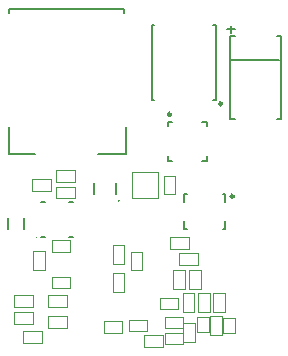
<source format=gbo>
G04 Layer_Color=32896*
%FSLAX44Y44*%
%MOMM*%
G71*
G01*
G75*
%ADD32C,0.2000*%
%ADD35C,0.1500*%
%ADD62C,0.2500*%
%ADD63C,0.1000*%
%ADD64C,0.1200*%
%ADD65C,0.0800*%
D32*
X60100Y135700D02*
X63800Y135700D01*
X36800D02*
X40500Y135700D01*
X60100Y105700D02*
X63800Y105700D01*
X36800D02*
X40500Y105700D01*
X190450Y112800D02*
X192200D01*
Y119550D01*
X158200Y112800D02*
X159950D01*
X158200D02*
Y119550D01*
Y135050D02*
Y141800D01*
X159950D01*
X190450D02*
X192200D01*
Y135050D02*
Y141800D01*
X182650Y221600D02*
X184600D01*
Y253950D01*
X130600Y221600D02*
X132550D01*
X130600D02*
Y253950D01*
Y253250D02*
Y285600D01*
X132550D01*
X182650D02*
X184600D01*
Y253250D02*
Y285600D01*
X177000Y199450D02*
Y203200D01*
X173250D02*
X177000D01*
Y170200D02*
Y173950D01*
X173250Y170200D02*
X177000D01*
X144000D02*
X147750D01*
X144000D02*
Y173950D01*
Y199450D02*
Y203200D01*
X147750D01*
D35*
X102900Y136500D02*
G03*
X102900Y136500I-500J0D01*
G01*
X22600Y112500D02*
Y121500D01*
X8600Y112500D02*
Y121500D01*
X9300Y175700D02*
Y198700D01*
Y175700D02*
X31300D01*
X85300D02*
X107300D01*
X108300D01*
Y198700D01*
X107300Y295700D02*
Y298700D01*
X9300D02*
X107300D01*
X9300Y295700D02*
Y298700D01*
X100400Y142500D02*
Y151500D01*
X81400Y142500D02*
Y151500D01*
X236600Y205700D02*
X239600D01*
X196600D02*
X200600D01*
X196600Y275700D02*
X200600D01*
X236600D02*
X239600D01*
X196600Y205700D02*
Y275700D01*
X194600Y281700D02*
X200600D01*
X197600Y278700D02*
Y284700D01*
X239600Y205700D02*
Y275700D01*
X196600Y255700D02*
Y256700D01*
Y255700D02*
X238600D01*
D62*
X199950Y140300D02*
G03*
X199950Y140300I-1250J0D01*
G01*
X189850Y218600D02*
G03*
X189850Y218600I-1250J0D01*
G01*
X146750Y209700D02*
G03*
X146750Y209700I-1250J0D01*
G01*
D63*
X33300Y105700D02*
G03*
X33300Y105700I-500J0D01*
G01*
X112787Y141300D02*
G03*
X112787Y141300I-112J0D01*
G01*
D64*
X157339Y17000D02*
X167339D01*
X157339D02*
Y33000D01*
X167339D01*
Y17000D02*
Y33000D01*
X179600Y39200D02*
X189600D01*
Y23200D02*
Y39200D01*
X179600Y23200D02*
X189600D01*
X179600D02*
Y39200D01*
X21200Y26200D02*
X37200D01*
X21200Y16200D02*
Y26200D01*
Y16200D02*
X37200D01*
Y26200D01*
X42500Y56500D02*
X58500D01*
X42500Y46500D02*
Y56500D01*
Y46500D02*
X58500D01*
Y56500D01*
X97600Y98900D02*
X107200D01*
Y83300D02*
Y98900D01*
X97600Y83300D02*
X107200D01*
X97600D02*
Y98900D01*
Y59600D02*
X107200D01*
X97600D02*
Y75200D01*
X107200D01*
Y59600D02*
Y75200D01*
X61500Y62200D02*
Y71800D01*
X45900Y62200D02*
X61500D01*
X45900D02*
Y71800D01*
X61500D01*
X110884Y26100D02*
Y35700D01*
X126484D01*
Y26100D02*
Y35700D01*
X110884Y26100D02*
X126484D01*
X14100Y56500D02*
X30100D01*
X14100Y46500D02*
Y56500D01*
Y46500D02*
X30100D01*
Y56500D01*
X14100Y42400D02*
X30100D01*
X14100Y32400D02*
Y42400D01*
Y32400D02*
X30100D01*
Y42400D01*
X42400Y28700D02*
X58400D01*
Y38700D01*
X42400D02*
X58400D01*
X42400Y28700D02*
Y38700D01*
X179600Y42100D02*
Y58100D01*
X169600D02*
X179600D01*
X169600Y42100D02*
Y58100D01*
Y42100D02*
X179600D01*
X192700D02*
Y58100D01*
X182700D02*
X192700D01*
X182700Y42100D02*
Y58100D01*
Y42100D02*
X192700D01*
X61700Y93400D02*
Y103000D01*
X46100Y93400D02*
X61700D01*
X46100D02*
Y103000D01*
X61700D01*
X49600Y148500D02*
X65600D01*
X49600Y138500D02*
Y148500D01*
Y138500D02*
X65600D01*
Y148500D01*
X49600Y162300D02*
X65600D01*
X49600Y152300D02*
Y162300D01*
Y152300D02*
X65600D01*
Y162300D01*
X28800Y144800D02*
X44800D01*
Y154800D01*
X28800D02*
X44800D01*
X28800Y144800D02*
Y154800D01*
X140600Y157500D02*
X150200D01*
Y141900D02*
Y157500D01*
X140600Y141900D02*
X150200D01*
X140600D02*
Y157500D01*
X89800Y24700D02*
Y34300D01*
X105400D01*
Y24700D02*
Y34300D01*
X89800Y24700D02*
X105400D01*
X123900Y12800D02*
X139900D01*
Y22800D01*
X123900D02*
X139900D01*
X123900Y12800D02*
Y22800D01*
X153900Y81900D02*
X169900D01*
Y91900D01*
X153900D02*
X169900D01*
X153900Y81900D02*
Y91900D01*
X145900Y105800D02*
X161900D01*
X145900Y95800D02*
Y105800D01*
Y95800D02*
X161900D01*
Y105800D01*
X30300Y93800D02*
X39900D01*
Y78200D02*
Y93800D01*
X30300Y78200D02*
X39900D01*
X30300D02*
Y93800D01*
X141570Y15000D02*
Y24600D01*
X157170D01*
Y15000D02*
Y24600D01*
X141570Y15000D02*
X157170D01*
X141570Y28400D02*
Y38000D01*
X157170D01*
Y28400D02*
Y38000D01*
X141570Y28400D02*
X157170D01*
X137500Y44900D02*
Y54500D01*
X153100D01*
Y44900D02*
Y54500D01*
X137500Y44900D02*
X153100D01*
X156900Y58100D02*
X166500D01*
Y42500D02*
Y58100D01*
X156900Y42500D02*
X166500D01*
X156900D02*
Y58100D01*
X112700Y93400D02*
X122300D01*
Y77800D02*
Y93400D01*
X112700Y77800D02*
X122300D01*
X112700D02*
Y93400D01*
X148800Y62000D02*
X158400D01*
X148800D02*
Y77600D01*
X158400D01*
Y62000D02*
Y77600D01*
X162400Y77500D02*
X172000D01*
Y61900D02*
Y77500D01*
X162400Y61900D02*
X172000D01*
X162400D02*
Y77500D01*
D65*
X168700Y25200D02*
X178700D01*
Y38200D01*
X168700D02*
X178700D01*
X168700Y25200D02*
Y38200D01*
X190700Y24400D02*
X200700D01*
Y37400D01*
X190700D02*
X200700D01*
X190700Y24400D02*
Y37400D01*
X113875Y139000D02*
X113875Y161000D01*
X136075D01*
Y139000D02*
Y161000D01*
X113875Y139000D02*
X136075D01*
M02*

</source>
